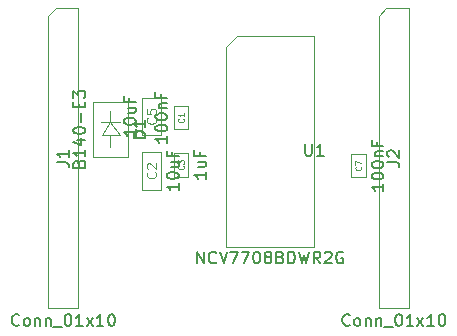
<source format=gbr>
G04 #@! TF.GenerationSoftware,KiCad,Pcbnew,(5.1.5)-3*
G04 #@! TF.CreationDate,2020-04-23T23:36:20+02:00*
G04 #@! TF.ProjectId,01_spi_pont_H,30315f73-7069-45f7-906f-6e745f482e6b,rev?*
G04 #@! TF.SameCoordinates,Original*
G04 #@! TF.FileFunction,Other,Fab,Top*
%FSLAX46Y46*%
G04 Gerber Fmt 4.6, Leading zero omitted, Abs format (unit mm)*
G04 Created by KiCad (PCBNEW (5.1.5)-3) date 2020-04-23 23:36:20*
%MOMM*%
%LPD*%
G04 APERTURE LIST*
%ADD10C,0.100000*%
%ADD11C,0.150000*%
%ADD12C,0.080000*%
%ADD13C,0.120000*%
G04 APERTURE END LIST*
D10*
X125900000Y-72000000D02*
X127100000Y-72000000D01*
X127100000Y-72000000D02*
X127100000Y-74000000D01*
X127100000Y-74000000D02*
X125900000Y-74000000D01*
X125900000Y-74000000D02*
X125900000Y-72000000D01*
X127100000Y-76000000D02*
X127100000Y-78000000D01*
X125900000Y-76000000D02*
X127100000Y-76000000D01*
X125900000Y-78000000D02*
X125900000Y-76000000D01*
X127100000Y-78000000D02*
X125900000Y-78000000D01*
X123200000Y-71300000D02*
X124800000Y-71300000D01*
X124800000Y-71300000D02*
X124800000Y-74500000D01*
X124800000Y-74500000D02*
X123200000Y-74500000D01*
X123200000Y-74500000D02*
X123200000Y-71300000D01*
X142100000Y-78062500D02*
X140900000Y-78062500D01*
X140900000Y-78062500D02*
X140900000Y-76062500D01*
X140900000Y-76062500D02*
X142100000Y-76062500D01*
X142100000Y-76062500D02*
X142100000Y-78062500D01*
X119000000Y-76300000D02*
X119000000Y-71700000D01*
X119000000Y-71700000D02*
X122000000Y-71700000D01*
X122000000Y-76300000D02*
X119000000Y-76300000D01*
X122000000Y-76300000D02*
X122000000Y-71700000D01*
X120498980Y-73350560D02*
X120498980Y-72448860D01*
X120498980Y-74501180D02*
X120498980Y-75499400D01*
X121299080Y-73350560D02*
X119698880Y-73350560D01*
X119749680Y-74501180D02*
X121299080Y-74501180D01*
X120498980Y-73350560D02*
X119749680Y-74501180D01*
X120498980Y-73350560D02*
X121299080Y-74501180D01*
X115865000Y-63730000D02*
X117770000Y-63730000D01*
X117770000Y-63730000D02*
X117770000Y-89130000D01*
X117770000Y-89130000D02*
X115230000Y-89130000D01*
X115230000Y-89130000D02*
X115230000Y-64365000D01*
X115230000Y-64365000D02*
X115865000Y-63730000D01*
X143230000Y-64365000D02*
X143865000Y-63730000D01*
X143230000Y-89130000D02*
X143230000Y-64365000D01*
X145770000Y-89130000D02*
X143230000Y-89130000D01*
X145770000Y-63730000D02*
X145770000Y-89130000D01*
X143865000Y-63730000D02*
X145770000Y-63730000D01*
X131250000Y-66050000D02*
X137750000Y-66050000D01*
X137750000Y-66050000D02*
X137750000Y-83950000D01*
X137750000Y-83950000D02*
X130250000Y-83950000D01*
X130250000Y-83950000D02*
X130250000Y-67050000D01*
X130250000Y-67050000D02*
X131250000Y-66050000D01*
X124800000Y-79100000D02*
X123200000Y-79100000D01*
X123200000Y-79100000D02*
X123200000Y-75900000D01*
X123200000Y-75900000D02*
X124800000Y-75900000D01*
X124800000Y-75900000D02*
X124800000Y-79100000D01*
D11*
X125302380Y-74547619D02*
X125302380Y-75119047D01*
X125302380Y-74833333D02*
X124302380Y-74833333D01*
X124445238Y-74928571D01*
X124540476Y-75023809D01*
X124588095Y-75119047D01*
X124302380Y-73928571D02*
X124302380Y-73833333D01*
X124350000Y-73738095D01*
X124397619Y-73690476D01*
X124492857Y-73642857D01*
X124683333Y-73595238D01*
X124921428Y-73595238D01*
X125111904Y-73642857D01*
X125207142Y-73690476D01*
X125254761Y-73738095D01*
X125302380Y-73833333D01*
X125302380Y-73928571D01*
X125254761Y-74023809D01*
X125207142Y-74071428D01*
X125111904Y-74119047D01*
X124921428Y-74166666D01*
X124683333Y-74166666D01*
X124492857Y-74119047D01*
X124397619Y-74071428D01*
X124350000Y-74023809D01*
X124302380Y-73928571D01*
X124302380Y-72976190D02*
X124302380Y-72880952D01*
X124350000Y-72785714D01*
X124397619Y-72738095D01*
X124492857Y-72690476D01*
X124683333Y-72642857D01*
X124921428Y-72642857D01*
X125111904Y-72690476D01*
X125207142Y-72738095D01*
X125254761Y-72785714D01*
X125302380Y-72880952D01*
X125302380Y-72976190D01*
X125254761Y-73071428D01*
X125207142Y-73119047D01*
X125111904Y-73166666D01*
X124921428Y-73214285D01*
X124683333Y-73214285D01*
X124492857Y-73166666D01*
X124397619Y-73119047D01*
X124350000Y-73071428D01*
X124302380Y-72976190D01*
X124635714Y-72214285D02*
X125302380Y-72214285D01*
X124730952Y-72214285D02*
X124683333Y-72166666D01*
X124635714Y-72071428D01*
X124635714Y-71928571D01*
X124683333Y-71833333D01*
X124778571Y-71785714D01*
X125302380Y-71785714D01*
X124778571Y-70976190D02*
X124778571Y-71309523D01*
X125302380Y-71309523D02*
X124302380Y-71309523D01*
X124302380Y-70833333D01*
D12*
X126678571Y-73083333D02*
X126702380Y-73107142D01*
X126726190Y-73178571D01*
X126726190Y-73226190D01*
X126702380Y-73297619D01*
X126654761Y-73345238D01*
X126607142Y-73369047D01*
X126511904Y-73392857D01*
X126440476Y-73392857D01*
X126345238Y-73369047D01*
X126297619Y-73345238D01*
X126250000Y-73297619D01*
X126226190Y-73226190D01*
X126226190Y-73178571D01*
X126250000Y-73107142D01*
X126273809Y-73083333D01*
X126726190Y-72607142D02*
X126726190Y-72892857D01*
X126726190Y-72750000D02*
X126226190Y-72750000D01*
X126297619Y-72797619D01*
X126345238Y-72845238D01*
X126369047Y-72892857D01*
D11*
X128602380Y-77595238D02*
X128602380Y-78166666D01*
X128602380Y-77880952D02*
X127602380Y-77880952D01*
X127745238Y-77976190D01*
X127840476Y-78071428D01*
X127888095Y-78166666D01*
X127935714Y-76738095D02*
X128602380Y-76738095D01*
X127935714Y-77166666D02*
X128459523Y-77166666D01*
X128554761Y-77119047D01*
X128602380Y-77023809D01*
X128602380Y-76880952D01*
X128554761Y-76785714D01*
X128507142Y-76738095D01*
X128078571Y-75928571D02*
X128078571Y-76261904D01*
X128602380Y-76261904D02*
X127602380Y-76261904D01*
X127602380Y-75785714D01*
D12*
X126678571Y-77083333D02*
X126702380Y-77107142D01*
X126726190Y-77178571D01*
X126726190Y-77226190D01*
X126702380Y-77297619D01*
X126654761Y-77345238D01*
X126607142Y-77369047D01*
X126511904Y-77392857D01*
X126440476Y-77392857D01*
X126345238Y-77369047D01*
X126297619Y-77345238D01*
X126250000Y-77297619D01*
X126226190Y-77226190D01*
X126226190Y-77178571D01*
X126250000Y-77107142D01*
X126273809Y-77083333D01*
X126226190Y-76916666D02*
X126226190Y-76607142D01*
X126416666Y-76773809D01*
X126416666Y-76702380D01*
X126440476Y-76654761D01*
X126464285Y-76630952D01*
X126511904Y-76607142D01*
X126630952Y-76607142D01*
X126678571Y-76630952D01*
X126702380Y-76654761D01*
X126726190Y-76702380D01*
X126726190Y-76845238D01*
X126702380Y-76892857D01*
X126678571Y-76916666D01*
D11*
X122632380Y-73971428D02*
X122632380Y-74542857D01*
X122632380Y-74257142D02*
X121632380Y-74257142D01*
X121775238Y-74352380D01*
X121870476Y-74447619D01*
X121918095Y-74542857D01*
X121632380Y-73352380D02*
X121632380Y-73257142D01*
X121680000Y-73161904D01*
X121727619Y-73114285D01*
X121822857Y-73066666D01*
X122013333Y-73019047D01*
X122251428Y-73019047D01*
X122441904Y-73066666D01*
X122537142Y-73114285D01*
X122584761Y-73161904D01*
X122632380Y-73257142D01*
X122632380Y-73352380D01*
X122584761Y-73447619D01*
X122537142Y-73495238D01*
X122441904Y-73542857D01*
X122251428Y-73590476D01*
X122013333Y-73590476D01*
X121822857Y-73542857D01*
X121727619Y-73495238D01*
X121680000Y-73447619D01*
X121632380Y-73352380D01*
X121965714Y-72161904D02*
X122632380Y-72161904D01*
X121965714Y-72590476D02*
X122489523Y-72590476D01*
X122584761Y-72542857D01*
X122632380Y-72447619D01*
X122632380Y-72304761D01*
X122584761Y-72209523D01*
X122537142Y-72161904D01*
X122108571Y-71352380D02*
X122108571Y-71685714D01*
X122632380Y-71685714D02*
X121632380Y-71685714D01*
X121632380Y-71209523D01*
D13*
X124285714Y-73033333D02*
X124323809Y-73071428D01*
X124361904Y-73185714D01*
X124361904Y-73261904D01*
X124323809Y-73376190D01*
X124247619Y-73452380D01*
X124171428Y-73490476D01*
X124019047Y-73528571D01*
X123904761Y-73528571D01*
X123752380Y-73490476D01*
X123676190Y-73452380D01*
X123600000Y-73376190D01*
X123561904Y-73261904D01*
X123561904Y-73185714D01*
X123600000Y-73071428D01*
X123638095Y-73033333D01*
X123561904Y-72309523D02*
X123561904Y-72690476D01*
X123942857Y-72728571D01*
X123904761Y-72690476D01*
X123866666Y-72614285D01*
X123866666Y-72423809D01*
X123904761Y-72347619D01*
X123942857Y-72309523D01*
X124019047Y-72271428D01*
X124209523Y-72271428D01*
X124285714Y-72309523D01*
X124323809Y-72347619D01*
X124361904Y-72423809D01*
X124361904Y-72614285D01*
X124323809Y-72690476D01*
X124285714Y-72728571D01*
D11*
X143602380Y-78610119D02*
X143602380Y-79181547D01*
X143602380Y-78895833D02*
X142602380Y-78895833D01*
X142745238Y-78991071D01*
X142840476Y-79086309D01*
X142888095Y-79181547D01*
X142602380Y-77991071D02*
X142602380Y-77895833D01*
X142650000Y-77800595D01*
X142697619Y-77752976D01*
X142792857Y-77705357D01*
X142983333Y-77657738D01*
X143221428Y-77657738D01*
X143411904Y-77705357D01*
X143507142Y-77752976D01*
X143554761Y-77800595D01*
X143602380Y-77895833D01*
X143602380Y-77991071D01*
X143554761Y-78086309D01*
X143507142Y-78133928D01*
X143411904Y-78181547D01*
X143221428Y-78229166D01*
X142983333Y-78229166D01*
X142792857Y-78181547D01*
X142697619Y-78133928D01*
X142650000Y-78086309D01*
X142602380Y-77991071D01*
X142602380Y-77038690D02*
X142602380Y-76943452D01*
X142650000Y-76848214D01*
X142697619Y-76800595D01*
X142792857Y-76752976D01*
X142983333Y-76705357D01*
X143221428Y-76705357D01*
X143411904Y-76752976D01*
X143507142Y-76800595D01*
X143554761Y-76848214D01*
X143602380Y-76943452D01*
X143602380Y-77038690D01*
X143554761Y-77133928D01*
X143507142Y-77181547D01*
X143411904Y-77229166D01*
X143221428Y-77276785D01*
X142983333Y-77276785D01*
X142792857Y-77229166D01*
X142697619Y-77181547D01*
X142650000Y-77133928D01*
X142602380Y-77038690D01*
X142935714Y-76276785D02*
X143602380Y-76276785D01*
X143030952Y-76276785D02*
X142983333Y-76229166D01*
X142935714Y-76133928D01*
X142935714Y-75991071D01*
X142983333Y-75895833D01*
X143078571Y-75848214D01*
X143602380Y-75848214D01*
X143078571Y-75038690D02*
X143078571Y-75372023D01*
X143602380Y-75372023D02*
X142602380Y-75372023D01*
X142602380Y-74895833D01*
D12*
X141678571Y-77145833D02*
X141702380Y-77169642D01*
X141726190Y-77241071D01*
X141726190Y-77288690D01*
X141702380Y-77360119D01*
X141654761Y-77407738D01*
X141607142Y-77431547D01*
X141511904Y-77455357D01*
X141440476Y-77455357D01*
X141345238Y-77431547D01*
X141297619Y-77407738D01*
X141250000Y-77360119D01*
X141226190Y-77288690D01*
X141226190Y-77241071D01*
X141250000Y-77169642D01*
X141273809Y-77145833D01*
X141226190Y-76979166D02*
X141226190Y-76645833D01*
X141726190Y-76860119D01*
D11*
X117828571Y-76904761D02*
X117876190Y-76761904D01*
X117923809Y-76714285D01*
X118019047Y-76666666D01*
X118161904Y-76666666D01*
X118257142Y-76714285D01*
X118304761Y-76761904D01*
X118352380Y-76857142D01*
X118352380Y-77238095D01*
X117352380Y-77238095D01*
X117352380Y-76904761D01*
X117400000Y-76809523D01*
X117447619Y-76761904D01*
X117542857Y-76714285D01*
X117638095Y-76714285D01*
X117733333Y-76761904D01*
X117780952Y-76809523D01*
X117828571Y-76904761D01*
X117828571Y-77238095D01*
X118352380Y-75714285D02*
X118352380Y-76285714D01*
X118352380Y-76000000D02*
X117352380Y-76000000D01*
X117495238Y-76095238D01*
X117590476Y-76190476D01*
X117638095Y-76285714D01*
X117685714Y-74857142D02*
X118352380Y-74857142D01*
X117304761Y-75095238D02*
X118019047Y-75333333D01*
X118019047Y-74714285D01*
X117352380Y-74142857D02*
X117352380Y-74047619D01*
X117400000Y-73952380D01*
X117447619Y-73904761D01*
X117542857Y-73857142D01*
X117733333Y-73809523D01*
X117971428Y-73809523D01*
X118161904Y-73857142D01*
X118257142Y-73904761D01*
X118304761Y-73952380D01*
X118352380Y-74047619D01*
X118352380Y-74142857D01*
X118304761Y-74238095D01*
X118257142Y-74285714D01*
X118161904Y-74333333D01*
X117971428Y-74380952D01*
X117733333Y-74380952D01*
X117542857Y-74333333D01*
X117447619Y-74285714D01*
X117400000Y-74238095D01*
X117352380Y-74142857D01*
X117971428Y-73380952D02*
X117971428Y-72619047D01*
X117828571Y-72142857D02*
X117828571Y-71809523D01*
X118352380Y-71666666D02*
X118352380Y-72142857D01*
X117352380Y-72142857D01*
X117352380Y-71666666D01*
X117352380Y-71333333D02*
X117352380Y-70714285D01*
X117733333Y-71047619D01*
X117733333Y-70904761D01*
X117780952Y-70809523D01*
X117828571Y-70761904D01*
X117923809Y-70714285D01*
X118161904Y-70714285D01*
X118257142Y-70761904D01*
X118304761Y-70809523D01*
X118352380Y-70904761D01*
X118352380Y-71190476D01*
X118304761Y-71285714D01*
X118257142Y-71333333D01*
X123452380Y-74738095D02*
X122452380Y-74738095D01*
X122452380Y-74500000D01*
X122500000Y-74357142D01*
X122595238Y-74261904D01*
X122690476Y-74214285D01*
X122880952Y-74166666D01*
X123023809Y-74166666D01*
X123214285Y-74214285D01*
X123309523Y-74261904D01*
X123404761Y-74357142D01*
X123452380Y-74500000D01*
X123452380Y-74738095D01*
X123452380Y-73214285D02*
X123452380Y-73785714D01*
X123452380Y-73500000D02*
X122452380Y-73500000D01*
X122595238Y-73595238D01*
X122690476Y-73690476D01*
X122738095Y-73785714D01*
X112761904Y-90547142D02*
X112714285Y-90594761D01*
X112571428Y-90642380D01*
X112476190Y-90642380D01*
X112333333Y-90594761D01*
X112238095Y-90499523D01*
X112190476Y-90404285D01*
X112142857Y-90213809D01*
X112142857Y-90070952D01*
X112190476Y-89880476D01*
X112238095Y-89785238D01*
X112333333Y-89690000D01*
X112476190Y-89642380D01*
X112571428Y-89642380D01*
X112714285Y-89690000D01*
X112761904Y-89737619D01*
X113333333Y-90642380D02*
X113238095Y-90594761D01*
X113190476Y-90547142D01*
X113142857Y-90451904D01*
X113142857Y-90166190D01*
X113190476Y-90070952D01*
X113238095Y-90023333D01*
X113333333Y-89975714D01*
X113476190Y-89975714D01*
X113571428Y-90023333D01*
X113619047Y-90070952D01*
X113666666Y-90166190D01*
X113666666Y-90451904D01*
X113619047Y-90547142D01*
X113571428Y-90594761D01*
X113476190Y-90642380D01*
X113333333Y-90642380D01*
X114095238Y-89975714D02*
X114095238Y-90642380D01*
X114095238Y-90070952D02*
X114142857Y-90023333D01*
X114238095Y-89975714D01*
X114380952Y-89975714D01*
X114476190Y-90023333D01*
X114523809Y-90118571D01*
X114523809Y-90642380D01*
X115000000Y-89975714D02*
X115000000Y-90642380D01*
X115000000Y-90070952D02*
X115047619Y-90023333D01*
X115142857Y-89975714D01*
X115285714Y-89975714D01*
X115380952Y-90023333D01*
X115428571Y-90118571D01*
X115428571Y-90642380D01*
X115666666Y-90737619D02*
X116428571Y-90737619D01*
X116857142Y-89642380D02*
X116952380Y-89642380D01*
X117047619Y-89690000D01*
X117095238Y-89737619D01*
X117142857Y-89832857D01*
X117190476Y-90023333D01*
X117190476Y-90261428D01*
X117142857Y-90451904D01*
X117095238Y-90547142D01*
X117047619Y-90594761D01*
X116952380Y-90642380D01*
X116857142Y-90642380D01*
X116761904Y-90594761D01*
X116714285Y-90547142D01*
X116666666Y-90451904D01*
X116619047Y-90261428D01*
X116619047Y-90023333D01*
X116666666Y-89832857D01*
X116714285Y-89737619D01*
X116761904Y-89690000D01*
X116857142Y-89642380D01*
X118142857Y-90642380D02*
X117571428Y-90642380D01*
X117857142Y-90642380D02*
X117857142Y-89642380D01*
X117761904Y-89785238D01*
X117666666Y-89880476D01*
X117571428Y-89928095D01*
X118476190Y-90642380D02*
X119000000Y-89975714D01*
X118476190Y-89975714D02*
X119000000Y-90642380D01*
X119904761Y-90642380D02*
X119333333Y-90642380D01*
X119619047Y-90642380D02*
X119619047Y-89642380D01*
X119523809Y-89785238D01*
X119428571Y-89880476D01*
X119333333Y-89928095D01*
X120523809Y-89642380D02*
X120619047Y-89642380D01*
X120714285Y-89690000D01*
X120761904Y-89737619D01*
X120809523Y-89832857D01*
X120857142Y-90023333D01*
X120857142Y-90261428D01*
X120809523Y-90451904D01*
X120761904Y-90547142D01*
X120714285Y-90594761D01*
X120619047Y-90642380D01*
X120523809Y-90642380D01*
X120428571Y-90594761D01*
X120380952Y-90547142D01*
X120333333Y-90451904D01*
X120285714Y-90261428D01*
X120285714Y-90023333D01*
X120333333Y-89832857D01*
X120380952Y-89737619D01*
X120428571Y-89690000D01*
X120523809Y-89642380D01*
X115952380Y-76763333D02*
X116666666Y-76763333D01*
X116809523Y-76810952D01*
X116904761Y-76906190D01*
X116952380Y-77049047D01*
X116952380Y-77144285D01*
X116952380Y-75763333D02*
X116952380Y-76334761D01*
X116952380Y-76049047D02*
X115952380Y-76049047D01*
X116095238Y-76144285D01*
X116190476Y-76239523D01*
X116238095Y-76334761D01*
X140761904Y-90547142D02*
X140714285Y-90594761D01*
X140571428Y-90642380D01*
X140476190Y-90642380D01*
X140333333Y-90594761D01*
X140238095Y-90499523D01*
X140190476Y-90404285D01*
X140142857Y-90213809D01*
X140142857Y-90070952D01*
X140190476Y-89880476D01*
X140238095Y-89785238D01*
X140333333Y-89690000D01*
X140476190Y-89642380D01*
X140571428Y-89642380D01*
X140714285Y-89690000D01*
X140761904Y-89737619D01*
X141333333Y-90642380D02*
X141238095Y-90594761D01*
X141190476Y-90547142D01*
X141142857Y-90451904D01*
X141142857Y-90166190D01*
X141190476Y-90070952D01*
X141238095Y-90023333D01*
X141333333Y-89975714D01*
X141476190Y-89975714D01*
X141571428Y-90023333D01*
X141619047Y-90070952D01*
X141666666Y-90166190D01*
X141666666Y-90451904D01*
X141619047Y-90547142D01*
X141571428Y-90594761D01*
X141476190Y-90642380D01*
X141333333Y-90642380D01*
X142095238Y-89975714D02*
X142095238Y-90642380D01*
X142095238Y-90070952D02*
X142142857Y-90023333D01*
X142238095Y-89975714D01*
X142380952Y-89975714D01*
X142476190Y-90023333D01*
X142523809Y-90118571D01*
X142523809Y-90642380D01*
X143000000Y-89975714D02*
X143000000Y-90642380D01*
X143000000Y-90070952D02*
X143047619Y-90023333D01*
X143142857Y-89975714D01*
X143285714Y-89975714D01*
X143380952Y-90023333D01*
X143428571Y-90118571D01*
X143428571Y-90642380D01*
X143666666Y-90737619D02*
X144428571Y-90737619D01*
X144857142Y-89642380D02*
X144952380Y-89642380D01*
X145047619Y-89690000D01*
X145095238Y-89737619D01*
X145142857Y-89832857D01*
X145190476Y-90023333D01*
X145190476Y-90261428D01*
X145142857Y-90451904D01*
X145095238Y-90547142D01*
X145047619Y-90594761D01*
X144952380Y-90642380D01*
X144857142Y-90642380D01*
X144761904Y-90594761D01*
X144714285Y-90547142D01*
X144666666Y-90451904D01*
X144619047Y-90261428D01*
X144619047Y-90023333D01*
X144666666Y-89832857D01*
X144714285Y-89737619D01*
X144761904Y-89690000D01*
X144857142Y-89642380D01*
X146142857Y-90642380D02*
X145571428Y-90642380D01*
X145857142Y-90642380D02*
X145857142Y-89642380D01*
X145761904Y-89785238D01*
X145666666Y-89880476D01*
X145571428Y-89928095D01*
X146476190Y-90642380D02*
X147000000Y-89975714D01*
X146476190Y-89975714D02*
X147000000Y-90642380D01*
X147904761Y-90642380D02*
X147333333Y-90642380D01*
X147619047Y-90642380D02*
X147619047Y-89642380D01*
X147523809Y-89785238D01*
X147428571Y-89880476D01*
X147333333Y-89928095D01*
X148523809Y-89642380D02*
X148619047Y-89642380D01*
X148714285Y-89690000D01*
X148761904Y-89737619D01*
X148809523Y-89832857D01*
X148857142Y-90023333D01*
X148857142Y-90261428D01*
X148809523Y-90451904D01*
X148761904Y-90547142D01*
X148714285Y-90594761D01*
X148619047Y-90642380D01*
X148523809Y-90642380D01*
X148428571Y-90594761D01*
X148380952Y-90547142D01*
X148333333Y-90451904D01*
X148285714Y-90261428D01*
X148285714Y-90023333D01*
X148333333Y-89832857D01*
X148380952Y-89737619D01*
X148428571Y-89690000D01*
X148523809Y-89642380D01*
X143952380Y-76763333D02*
X144666666Y-76763333D01*
X144809523Y-76810952D01*
X144904761Y-76906190D01*
X144952380Y-77049047D01*
X144952380Y-77144285D01*
X144047619Y-76334761D02*
X144000000Y-76287142D01*
X143952380Y-76191904D01*
X143952380Y-75953809D01*
X144000000Y-75858571D01*
X144047619Y-75810952D01*
X144142857Y-75763333D01*
X144238095Y-75763333D01*
X144380952Y-75810952D01*
X144952380Y-76382380D01*
X144952380Y-75763333D01*
X127833333Y-85352380D02*
X127833333Y-84352380D01*
X128404761Y-85352380D01*
X128404761Y-84352380D01*
X129452380Y-85257142D02*
X129404761Y-85304761D01*
X129261904Y-85352380D01*
X129166666Y-85352380D01*
X129023809Y-85304761D01*
X128928571Y-85209523D01*
X128880952Y-85114285D01*
X128833333Y-84923809D01*
X128833333Y-84780952D01*
X128880952Y-84590476D01*
X128928571Y-84495238D01*
X129023809Y-84400000D01*
X129166666Y-84352380D01*
X129261904Y-84352380D01*
X129404761Y-84400000D01*
X129452380Y-84447619D01*
X129738095Y-84352380D02*
X130071428Y-85352380D01*
X130404761Y-84352380D01*
X130642857Y-84352380D02*
X131309523Y-84352380D01*
X130880952Y-85352380D01*
X131595238Y-84352380D02*
X132261904Y-84352380D01*
X131833333Y-85352380D01*
X132833333Y-84352380D02*
X132928571Y-84352380D01*
X133023809Y-84400000D01*
X133071428Y-84447619D01*
X133119047Y-84542857D01*
X133166666Y-84733333D01*
X133166666Y-84971428D01*
X133119047Y-85161904D01*
X133071428Y-85257142D01*
X133023809Y-85304761D01*
X132928571Y-85352380D01*
X132833333Y-85352380D01*
X132738095Y-85304761D01*
X132690476Y-85257142D01*
X132642857Y-85161904D01*
X132595238Y-84971428D01*
X132595238Y-84733333D01*
X132642857Y-84542857D01*
X132690476Y-84447619D01*
X132738095Y-84400000D01*
X132833333Y-84352380D01*
X133738095Y-84780952D02*
X133642857Y-84733333D01*
X133595238Y-84685714D01*
X133547619Y-84590476D01*
X133547619Y-84542857D01*
X133595238Y-84447619D01*
X133642857Y-84400000D01*
X133738095Y-84352380D01*
X133928571Y-84352380D01*
X134023809Y-84400000D01*
X134071428Y-84447619D01*
X134119047Y-84542857D01*
X134119047Y-84590476D01*
X134071428Y-84685714D01*
X134023809Y-84733333D01*
X133928571Y-84780952D01*
X133738095Y-84780952D01*
X133642857Y-84828571D01*
X133595238Y-84876190D01*
X133547619Y-84971428D01*
X133547619Y-85161904D01*
X133595238Y-85257142D01*
X133642857Y-85304761D01*
X133738095Y-85352380D01*
X133928571Y-85352380D01*
X134023809Y-85304761D01*
X134071428Y-85257142D01*
X134119047Y-85161904D01*
X134119047Y-84971428D01*
X134071428Y-84876190D01*
X134023809Y-84828571D01*
X133928571Y-84780952D01*
X134880952Y-84828571D02*
X135023809Y-84876190D01*
X135071428Y-84923809D01*
X135119047Y-85019047D01*
X135119047Y-85161904D01*
X135071428Y-85257142D01*
X135023809Y-85304761D01*
X134928571Y-85352380D01*
X134547619Y-85352380D01*
X134547619Y-84352380D01*
X134880952Y-84352380D01*
X134976190Y-84400000D01*
X135023809Y-84447619D01*
X135071428Y-84542857D01*
X135071428Y-84638095D01*
X135023809Y-84733333D01*
X134976190Y-84780952D01*
X134880952Y-84828571D01*
X134547619Y-84828571D01*
X135547619Y-85352380D02*
X135547619Y-84352380D01*
X135785714Y-84352380D01*
X135928571Y-84400000D01*
X136023809Y-84495238D01*
X136071428Y-84590476D01*
X136119047Y-84780952D01*
X136119047Y-84923809D01*
X136071428Y-85114285D01*
X136023809Y-85209523D01*
X135928571Y-85304761D01*
X135785714Y-85352380D01*
X135547619Y-85352380D01*
X136452380Y-84352380D02*
X136690476Y-85352380D01*
X136880952Y-84638095D01*
X137071428Y-85352380D01*
X137309523Y-84352380D01*
X138261904Y-85352380D02*
X137928571Y-84876190D01*
X137690476Y-85352380D02*
X137690476Y-84352380D01*
X138071428Y-84352380D01*
X138166666Y-84400000D01*
X138214285Y-84447619D01*
X138261904Y-84542857D01*
X138261904Y-84685714D01*
X138214285Y-84780952D01*
X138166666Y-84828571D01*
X138071428Y-84876190D01*
X137690476Y-84876190D01*
X138642857Y-84447619D02*
X138690476Y-84400000D01*
X138785714Y-84352380D01*
X139023809Y-84352380D01*
X139119047Y-84400000D01*
X139166666Y-84447619D01*
X139214285Y-84542857D01*
X139214285Y-84638095D01*
X139166666Y-84780952D01*
X138595238Y-85352380D01*
X139214285Y-85352380D01*
X140166666Y-84400000D02*
X140071428Y-84352380D01*
X139928571Y-84352380D01*
X139785714Y-84400000D01*
X139690476Y-84495238D01*
X139642857Y-84590476D01*
X139595238Y-84780952D01*
X139595238Y-84923809D01*
X139642857Y-85114285D01*
X139690476Y-85209523D01*
X139785714Y-85304761D01*
X139928571Y-85352380D01*
X140023809Y-85352380D01*
X140166666Y-85304761D01*
X140214285Y-85257142D01*
X140214285Y-84923809D01*
X140023809Y-84923809D01*
X136983094Y-75227379D02*
X136983094Y-76036903D01*
X137030713Y-76132141D01*
X137078332Y-76179760D01*
X137173570Y-76227379D01*
X137364046Y-76227379D01*
X137459284Y-76179760D01*
X137506903Y-76132141D01*
X137554522Y-76036903D01*
X137554522Y-75227379D01*
X138554522Y-76227379D02*
X137983094Y-76227379D01*
X138268808Y-76227379D02*
X138268808Y-75227379D01*
X138173570Y-75370237D01*
X138078332Y-75465475D01*
X137983094Y-75513094D01*
X126272380Y-78571428D02*
X126272380Y-79142857D01*
X126272380Y-78857142D02*
X125272380Y-78857142D01*
X125415238Y-78952380D01*
X125510476Y-79047619D01*
X125558095Y-79142857D01*
X125272380Y-77952380D02*
X125272380Y-77857142D01*
X125320000Y-77761904D01*
X125367619Y-77714285D01*
X125462857Y-77666666D01*
X125653333Y-77619047D01*
X125891428Y-77619047D01*
X126081904Y-77666666D01*
X126177142Y-77714285D01*
X126224761Y-77761904D01*
X126272380Y-77857142D01*
X126272380Y-77952380D01*
X126224761Y-78047619D01*
X126177142Y-78095238D01*
X126081904Y-78142857D01*
X125891428Y-78190476D01*
X125653333Y-78190476D01*
X125462857Y-78142857D01*
X125367619Y-78095238D01*
X125320000Y-78047619D01*
X125272380Y-77952380D01*
X125605714Y-76761904D02*
X126272380Y-76761904D01*
X125605714Y-77190476D02*
X126129523Y-77190476D01*
X126224761Y-77142857D01*
X126272380Y-77047619D01*
X126272380Y-76904761D01*
X126224761Y-76809523D01*
X126177142Y-76761904D01*
X125748571Y-75952380D02*
X125748571Y-76285714D01*
X126272380Y-76285714D02*
X125272380Y-76285714D01*
X125272380Y-75809523D01*
D13*
X124285714Y-77633333D02*
X124323809Y-77671428D01*
X124361904Y-77785714D01*
X124361904Y-77861904D01*
X124323809Y-77976190D01*
X124247619Y-78052380D01*
X124171428Y-78090476D01*
X124019047Y-78128571D01*
X123904761Y-78128571D01*
X123752380Y-78090476D01*
X123676190Y-78052380D01*
X123600000Y-77976190D01*
X123561904Y-77861904D01*
X123561904Y-77785714D01*
X123600000Y-77671428D01*
X123638095Y-77633333D01*
X123638095Y-77328571D02*
X123600000Y-77290476D01*
X123561904Y-77214285D01*
X123561904Y-77023809D01*
X123600000Y-76947619D01*
X123638095Y-76909523D01*
X123714285Y-76871428D01*
X123790476Y-76871428D01*
X123904761Y-76909523D01*
X124361904Y-77366666D01*
X124361904Y-76871428D01*
M02*

</source>
